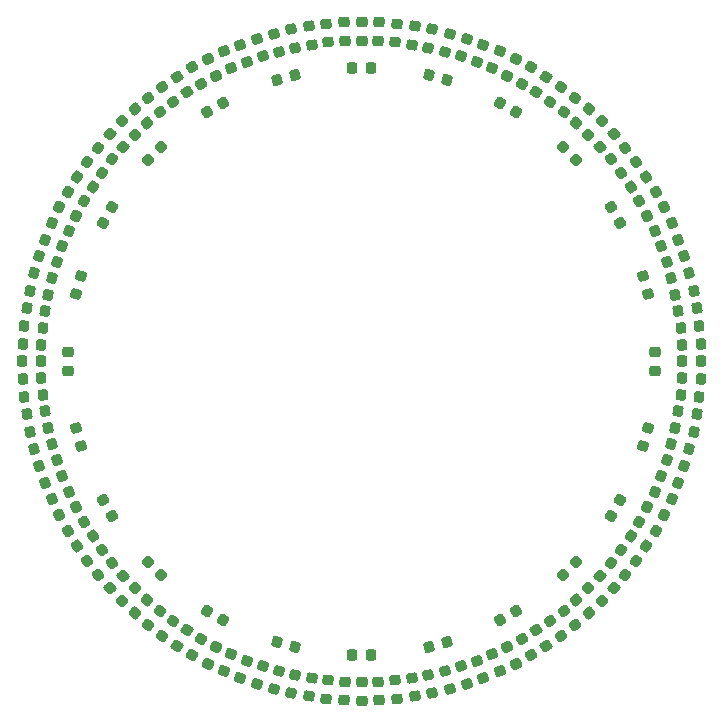
<source format=gbr>
%TF.GenerationSoftware,KiCad,Pcbnew,8.0.6*%
%TF.CreationDate,2025-01-18T11:53:47-05:00*%
%TF.ProjectId,WristWatch,57726973-7457-4617-9463-682e6b696361,rev?*%
%TF.SameCoordinates,Original*%
%TF.FileFunction,Soldermask,Top*%
%TF.FilePolarity,Negative*%
%FSLAX46Y46*%
G04 Gerber Fmt 4.6, Leading zero omitted, Abs format (unit mm)*
G04 Created by KiCad (PCBNEW 8.0.6) date 2025-01-18 11:53:47*
%MOMM*%
%LPD*%
G01*
G04 APERTURE LIST*
G04 Aperture macros list*
%AMRoundRect*
0 Rectangle with rounded corners*
0 $1 Rounding radius*
0 $2 $3 $4 $5 $6 $7 $8 $9 X,Y pos of 4 corners*
0 Add a 4 corners polygon primitive as box body*
4,1,4,$2,$3,$4,$5,$6,$7,$8,$9,$2,$3,0*
0 Add four circle primitives for the rounded corners*
1,1,$1+$1,$2,$3*
1,1,$1+$1,$4,$5*
1,1,$1+$1,$6,$7*
1,1,$1+$1,$8,$9*
0 Add four rect primitives between the rounded corners*
20,1,$1+$1,$2,$3,$4,$5,0*
20,1,$1+$1,$4,$5,$6,$7,0*
20,1,$1+$1,$6,$7,$8,$9,0*
20,1,$1+$1,$8,$9,$2,$3,0*%
G04 Aperture macros list end*
%ADD10RoundRect,0.218750X-0.335876X-0.026517X-0.026517X-0.335876X0.335876X0.026517X0.026517X0.335876X0*%
%ADD11RoundRect,0.218750X-0.331294X0.061318X-0.112544X-0.317568X0.331294X-0.061318X0.112544X0.317568X0*%
%ADD12RoundRect,0.218750X0.323023X0.095770X-0.043895X0.334049X-0.323023X-0.095770X0.043895X-0.334049X0*%
%ADD13RoundRect,0.218750X0.277619X0.190902X-0.144974X0.304135X-0.277619X-0.190902X0.144974X-0.304135X0*%
%ADD14RoundRect,0.218750X-0.287229X-0.176111X0.128858X-0.311306X0.287229X0.176111X-0.128858X0.311306X0*%
%ADD15RoundRect,0.218750X-0.026517X0.335876X-0.335876X0.026517X0.026517X-0.335876X0.335876X-0.026517X0*%
%ADD16RoundRect,0.218750X-0.231861X-0.244450X0.205039X-0.267347X0.231861X0.244450X-0.205039X0.267347X0*%
%ADD17RoundRect,0.218750X-0.256250X0.218750X-0.256250X-0.218750X0.256250X-0.218750X0.256250X0.218750X0*%
%ADD18RoundRect,0.218750X0.190902X-0.277619X0.304135X0.144974X-0.190902X0.277619X-0.304135X-0.144974X0*%
%ADD19RoundRect,0.218750X-0.311306X0.128858X-0.176111X-0.287229X0.311306X-0.128858X0.176111X0.287229X0*%
%ADD20RoundRect,0.218750X-0.231981X0.244337X-0.277712X-0.190766X0.231981X-0.244337X0.277712X0.190766X0*%
%ADD21RoundRect,0.218750X0.095612X0.323070X-0.304064X0.145122X-0.095612X-0.323070X0.304064X-0.145122X0*%
%ADD22RoundRect,0.218750X0.205170X-0.267247X0.296131X0.160692X-0.205170X0.267247X-0.296131X-0.160692X0*%
%ADD23RoundRect,0.218750X-0.190902X0.277619X-0.304135X-0.144974X0.190902X-0.277619X0.304135X0.144974X0*%
%ADD24RoundRect,0.218750X-0.112544X0.317568X-0.331294X-0.061318X0.112544X-0.317568X0.331294X0.061318X0*%
%ADD25RoundRect,0.218750X0.160692X0.296131X-0.267247X0.205170X-0.160692X-0.296131X0.267247X-0.205170X0*%
%ADD26RoundRect,0.218750X-0.277619X-0.190902X0.144974X-0.304135X0.277619X0.190902X-0.144974X0.304135X0*%
%ADD27RoundRect,0.218750X-0.205039X-0.267347X0.231861X-0.244450X0.205039X0.267347X-0.231861X0.244450X0*%
%ADD28RoundRect,0.218750X-0.323023X-0.095770X0.043895X-0.334049X0.323023X0.095770X-0.043895X0.334049X0*%
%ADD29RoundRect,0.218750X0.304135X-0.144974X0.190902X0.277619X-0.304135X0.144974X-0.190902X-0.277619X0*%
%ADD30RoundRect,0.218750X-0.334028X-0.044059X-0.008902X-0.336803X0.334028X0.044059X0.008902X0.336803X0*%
%ADD31RoundRect,0.218750X0.323070X-0.095612X0.145122X0.304064X-0.323070X0.095612X-0.145122X-0.304064X0*%
%ADD32RoundRect,0.218750X-0.078733X0.327592X-0.335889X-0.026352X0.078733X-0.327592X0.335889X0.026352X0*%
%ADD33RoundRect,0.218750X0.175970X0.287315X-0.256143X0.218875X-0.175970X-0.287315X0.256143X-0.218875X0*%
%ADD34RoundRect,0.218750X0.287229X0.176111X-0.128858X0.311306X-0.287229X-0.176111X0.128858X-0.311306X0*%
%ADD35RoundRect,0.218750X-0.044059X0.334028X-0.336803X0.008902X0.044059X-0.334028X0.336803X-0.008902X0*%
%ADD36RoundRect,0.218750X0.008737X0.336807X-0.331264X0.061480X-0.008737X-0.336807X0.331264X-0.061480X0*%
%ADD37RoundRect,0.218750X0.317623X-0.112389X0.160837X0.296053X-0.317623X0.112389X-0.160837X-0.296053X0*%
%ADD38RoundRect,0.218750X-0.317623X0.112389X-0.160837X-0.296053X0.317623X-0.112389X0.160837X0.296053X0*%
%ADD39RoundRect,0.218750X-0.218750X-0.256250X0.218750X-0.256250X0.218750X0.256250X-0.218750X0.256250X0*%
%ADD40RoundRect,0.218750X0.296131X-0.160692X0.205170X0.267247X-0.296131X0.160692X-0.205170X-0.267247X0*%
%ADD41RoundRect,0.218750X0.218750X0.256250X-0.218750X0.256250X-0.218750X-0.256250X0.218750X-0.256250X0*%
%ADD42RoundRect,0.218750X0.296053X0.160837X-0.112389X0.317623X-0.296053X-0.160837X0.112389X-0.317623X0*%
%ADD43RoundRect,0.218750X-0.296131X0.160692X-0.205170X-0.267247X0.296131X-0.160692X0.205170X0.267247X0*%
%ADD44RoundRect,0.218750X-0.331264X-0.061480X0.008737X-0.336807X0.331264X0.061480X-0.008737X0.336807X0*%
%ADD45RoundRect,0.218750X0.218875X-0.256143X0.287315X0.175970X-0.218875X0.256143X-0.287315X-0.175970X0*%
%ADD46RoundRect,0.218750X0.145122X-0.304064X0.323070X0.095612X-0.145122X0.304064X-0.323070X-0.095612X0*%
%ADD47RoundRect,0.218750X-0.061480X0.331264X-0.336807X-0.008737X0.061480X-0.331264X0.336807X0.008737X0*%
%ADD48RoundRect,0.218750X0.026517X-0.335876X0.335876X-0.026517X-0.026517X0.335876X-0.335876X0.026517X0*%
%ADD49RoundRect,0.218750X-0.061318X-0.331294X0.317568X-0.112544X0.061318X0.331294X-0.317568X0.112544X0*%
%ADD50RoundRect,0.218750X0.335876X0.026517X0.026517X0.335876X-0.335876X-0.026517X-0.026517X-0.335876X0*%
%ADD51RoundRect,0.218750X0.317568X0.112544X-0.061318X0.331294X-0.317568X-0.112544X0.061318X-0.331294X0*%
%ADD52RoundRect,0.218750X-0.008737X-0.336807X0.331264X-0.061480X0.008737X0.336807X-0.331264X0.061480X0*%
%ADD53RoundRect,0.218750X-0.304135X0.144974X-0.190902X-0.277619X0.304135X-0.144974X0.190902X0.277619X0*%
%ADD54RoundRect,0.218750X-0.267347X0.205039X-0.244450X-0.231861X0.267347X-0.205039X0.244450X0.231861X0*%
%ADD55RoundRect,0.218750X0.244337X0.231981X-0.190766X0.277712X-0.244337X-0.231981X0.190766X-0.277712X0*%
%ADD56RoundRect,0.218750X0.327631X-0.078573X0.129010X0.311243X-0.327631X0.078573X-0.129010X-0.311243X0*%
%ADD57RoundRect,0.218750X-0.144974X-0.304135X0.277619X-0.190902X0.144974X0.304135X-0.277619X0.190902X0*%
%ADD58RoundRect,0.218750X-0.336807X0.008737X-0.061480X-0.331264X0.336807X-0.008737X0.061480X0.331264X0*%
%ADD59RoundRect,0.218750X-0.277712X0.190766X-0.231981X-0.244337X0.277712X-0.190766X0.231981X0.244337X0*%
%ADD60RoundRect,0.218750X-0.317568X-0.112544X0.061318X-0.331294X0.317568X0.112544X-0.061318X0.331294X0*%
%ADD61RoundRect,0.218750X-0.335889X0.026352X-0.078733X-0.327592X0.335889X-0.026352X0.078733X0.327592X0*%
%ADD62RoundRect,0.218750X0.078733X-0.327592X0.335889X0.026352X-0.078733X0.327592X-0.335889X-0.026352X0*%
%ADD63RoundRect,0.218750X-0.218875X0.256143X-0.287315X-0.175970X0.218875X-0.256143X0.287315X0.175970X0*%
%ADD64RoundRect,0.218750X-0.205170X0.267247X-0.296131X-0.160692X0.205170X-0.267247X0.296131X0.160692X0*%
%ADD65RoundRect,0.218750X-0.160692X-0.296131X0.267247X-0.205170X0.160692X0.296131X-0.267247X0.205170X0*%
%ADD66RoundRect,0.218750X0.128858X0.311306X-0.287229X0.176111X-0.128858X-0.311306X0.287229X-0.176111X0*%
%ADD67RoundRect,0.218750X0.336803X0.008902X0.044059X0.334028X-0.336803X-0.008902X-0.044059X-0.334028X0*%
%ADD68RoundRect,0.218750X0.205039X0.267347X-0.231861X0.244450X-0.205039X-0.267347X0.231861X-0.244450X0*%
%ADD69RoundRect,0.218750X-0.327631X0.078573X-0.129010X-0.311243X0.327631X-0.078573X0.129010X0.311243X0*%
%ADD70RoundRect,0.218750X0.176111X-0.287229X0.311306X0.128858X-0.176111X0.287229X-0.311306X-0.128858X0*%
%ADD71RoundRect,0.218750X0.112544X-0.317568X0.331294X0.061318X-0.112544X0.317568X-0.331294X-0.061318X0*%
%ADD72RoundRect,0.218750X-0.112389X-0.317623X0.296053X-0.160837X0.112389X0.317623X-0.296053X0.160837X0*%
%ADD73RoundRect,0.218750X-0.176111X0.287229X-0.311306X-0.128858X0.176111X-0.287229X0.311306X0.128858X0*%
%ADD74RoundRect,0.218750X-0.095770X0.323023X-0.334049X-0.043895X0.095770X-0.323023X0.334049X0.043895X0*%
%ADD75RoundRect,0.218750X0.129010X-0.311243X0.327631X0.078573X-0.129010X0.311243X-0.327631X-0.078573X0*%
%ADD76RoundRect,0.218750X-0.334049X0.043895X-0.095770X-0.323023X0.334049X-0.043895X0.095770X0.323023X0*%
%ADD77RoundRect,0.218750X-0.336803X-0.008902X-0.044059X-0.334028X0.336803X0.008902X0.044059X0.334028X0*%
%ADD78RoundRect,0.218750X0.043895X0.334049X-0.323023X0.095770X-0.043895X-0.334049X0.323023X-0.095770X0*%
%ADD79RoundRect,0.218750X0.160837X-0.296053X0.317623X0.112389X-0.160837X0.296053X-0.317623X-0.112389X0*%
%ADD80RoundRect,0.218750X0.231861X0.244450X-0.205039X0.267347X-0.231861X-0.244450X0.205039X-0.267347X0*%
%ADD81RoundRect,0.218750X0.256143X0.218875X-0.175970X0.287315X-0.256143X-0.218875X0.175970X-0.287315X0*%
%ADD82RoundRect,0.218750X0.026352X0.335889X-0.327592X0.078733X-0.026352X-0.335889X0.327592X-0.078733X0*%
%ADD83RoundRect,0.218750X-0.175970X-0.287315X0.256143X-0.218875X0.175970X0.287315X-0.256143X0.218875X0*%
%ADD84RoundRect,0.218750X-0.129010X0.311243X-0.327631X-0.078573X0.129010X-0.311243X0.327631X0.078573X0*%
%ADD85RoundRect,0.218750X0.256250X-0.218750X0.256250X0.218750X-0.256250X0.218750X-0.256250X-0.218750X0*%
%ADD86RoundRect,0.218750X-0.145122X0.304064X-0.323070X-0.095612X0.145122X-0.304064X0.323070X0.095612X0*%
%ADD87RoundRect,0.218750X0.144974X0.304135X-0.277619X0.190902X-0.144974X-0.304135X0.277619X-0.190902X0*%
%ADD88RoundRect,0.218750X0.044059X-0.334028X0.336803X-0.008902X-0.044059X0.334028X-0.336803X0.008902X0*%
%ADD89RoundRect,0.218750X0.331264X0.061480X-0.008737X0.336807X-0.331264X-0.061480X0.008737X-0.336807X0*%
%ADD90RoundRect,0.218750X0.112389X0.317623X-0.296053X0.160837X-0.112389X-0.317623X0.296053X-0.160837X0*%
%ADD91RoundRect,0.218750X0.231981X-0.244337X0.277712X0.190766X-0.231981X0.244337X-0.277712X-0.190766X0*%
%ADD92RoundRect,0.218750X0.331294X-0.061318X0.112544X0.317568X-0.331294X0.061318X-0.112544X-0.317568X0*%
%ADD93RoundRect,0.218750X0.334028X0.044059X0.008902X0.336803X-0.334028X-0.044059X-0.008902X-0.336803X0*%
%ADD94RoundRect,0.218750X-0.095612X-0.323070X0.304064X-0.145122X0.095612X0.323070X-0.304064X0.145122X0*%
%ADD95RoundRect,0.218750X-0.296053X-0.160837X0.112389X-0.317623X0.296053X0.160837X-0.112389X0.317623X0*%
%ADD96RoundRect,0.218750X0.061318X0.331294X-0.317568X0.112544X-0.061318X-0.331294X0.317568X-0.112544X0*%
%ADD97RoundRect,0.218750X-0.267247X-0.205170X0.160692X-0.296131X0.267247X0.205170X-0.160692X0.296131X0*%
%ADD98RoundRect,0.218750X0.335889X-0.026352X0.078733X0.327592X-0.335889X0.026352X-0.078733X-0.327592X0*%
%ADD99RoundRect,0.218750X0.311243X0.129010X-0.078573X0.327631X-0.311243X-0.129010X0.078573X-0.327631X0*%
%ADD100RoundRect,0.218750X0.311306X-0.128858X0.176111X0.287229X-0.311306X0.128858X-0.176111X-0.287229X0*%
%ADD101RoundRect,0.218750X-0.287315X0.175970X-0.218875X-0.256143X0.287315X-0.175970X0.218875X0.256143X0*%
%ADD102RoundRect,0.218750X0.267247X0.205170X-0.160692X0.296131X-0.267247X-0.205170X0.160692X-0.296131X0*%
%ADD103RoundRect,0.218750X0.304064X0.145122X-0.095612X0.323070X-0.304064X-0.145122X0.095612X-0.323070X0*%
%ADD104RoundRect,0.218750X-0.190766X-0.277712X0.244337X-0.231981X0.190766X0.277712X-0.244337X0.231981X0*%
%ADD105RoundRect,0.218750X0.267347X-0.205039X0.244450X0.231861X-0.267347X0.205039X-0.244450X-0.231861X0*%
%ADD106RoundRect,0.218750X-0.323070X0.095612X-0.145122X-0.304064X0.323070X-0.095612X0.145122X0.304064X0*%
%ADD107RoundRect,0.218750X-0.160837X0.296053X-0.317623X-0.112389X0.160837X-0.296053X0.317623X0.112389X0*%
%ADD108RoundRect,0.218750X-0.128858X-0.311306X0.287229X-0.176111X0.128858X0.311306X-0.287229X0.176111X0*%
%ADD109RoundRect,0.218750X0.334049X-0.043895X0.095770X0.323023X-0.334049X0.043895X-0.095770X-0.323023X0*%
%ADD110RoundRect,0.218750X0.095770X-0.323023X0.334049X0.043895X-0.095770X0.323023X-0.334049X-0.043895X0*%
%ADD111RoundRect,0.218750X0.327592X0.078733X-0.026352X0.335889X-0.327592X-0.078733X0.026352X-0.335889X0*%
%ADD112RoundRect,0.218750X-0.244337X-0.231981X0.190766X-0.277712X0.244337X0.231981X-0.190766X0.277712X0*%
%ADD113RoundRect,0.218750X-0.256143X-0.218875X0.175970X-0.287315X0.256143X0.218875X-0.175970X0.287315X0*%
%ADD114RoundRect,0.218750X-0.311243X-0.129010X0.078573X-0.327631X0.311243X0.129010X-0.078573X0.327631X0*%
%ADD115RoundRect,0.218750X-0.327592X-0.078733X0.026352X-0.335889X0.327592X0.078733X-0.026352X0.335889X0*%
%ADD116RoundRect,0.218750X0.244450X-0.231861X0.267347X0.205039X-0.244450X0.231861X-0.267347X-0.205039X0*%
%ADD117RoundRect,0.218750X-0.008902X0.336803X-0.334028X0.044059X0.008902X-0.336803X0.334028X-0.044059X0*%
%ADD118RoundRect,0.218750X0.078573X0.327631X-0.311243X0.129010X-0.078573X-0.327631X0.311243X-0.129010X0*%
%ADD119RoundRect,0.218750X0.277712X-0.190766X0.231981X0.244337X-0.277712X0.190766X-0.231981X-0.244337X0*%
%ADD120RoundRect,0.218750X0.336807X-0.008737X0.061480X0.331264X-0.336807X0.008737X-0.061480X-0.331264X0*%
%ADD121RoundRect,0.218750X-0.244450X0.231861X-0.267347X-0.205039X0.244450X-0.231861X0.267347X0.205039X0*%
%ADD122RoundRect,0.218750X-0.078573X-0.327631X0.311243X-0.129010X0.078573X0.327631X-0.311243X0.129010X0*%
%ADD123RoundRect,0.218750X-0.043895X-0.334049X0.323023X-0.095770X0.043895X0.334049X-0.323023X0.095770X0*%
%ADD124RoundRect,0.218750X0.190766X0.277712X-0.244337X0.231981X-0.190766X-0.277712X0.244337X-0.231981X0*%
%ADD125RoundRect,0.218750X-0.026352X-0.335889X0.327592X-0.078733X0.026352X0.335889X-0.327592X0.078733X0*%
%ADD126RoundRect,0.218750X0.061480X-0.331264X0.336807X0.008737X-0.061480X0.331264X-0.336807X-0.008737X0*%
%ADD127RoundRect,0.218750X0.008902X-0.336803X0.334028X-0.044059X-0.008902X0.336803X-0.334028X0.044059X0*%
%ADD128RoundRect,0.218750X0.287315X-0.175970X0.218875X0.256143X-0.287315X0.175970X-0.218875X-0.256143X0*%
%ADD129RoundRect,0.218750X-0.304064X-0.145122X0.095612X-0.323070X0.304064X0.145122X-0.095612X0.323070X0*%
G04 APERTURE END LIST*
D10*
%TO.C,D98*%
X19199716Y-19199716D03*
X20313412Y-20313410D03*
%TD*%
D11*
%TO.C,D36*%
X13576249Y-23514754D03*
X14363751Y-24878746D03*
%TD*%
D12*
%TO.C,D70*%
X-22772002Y14788310D03*
X-24092910Y15646118D03*
%TD*%
D13*
%TO.C,D73*%
X-26227300Y7027584D03*
X-27748636Y7435224D03*
%TD*%
D14*
%TO.C,D43*%
X25823561Y-8390584D03*
X27321477Y-8877286D03*
%TD*%
D15*
%TO.C,D83*%
X-19199716Y-19199716D03*
X-20313410Y-20313412D03*
%TD*%
D16*
%TO.C,D105*%
X27115287Y-1421052D03*
X28688131Y-1503480D03*
%TD*%
D17*
%TO.C,D31*%
X0Y-27152499D03*
X0Y-28727501D03*
%TD*%
D18*
%TO.C,D118*%
X7027584Y26227300D03*
X7435224Y27748636D03*
%TD*%
D19*
%TO.C,D34*%
X8390584Y-25823561D03*
X8877286Y-27321477D03*
%TD*%
D20*
%TO.C,D30*%
X-2838209Y-27003755D03*
X-3002841Y-28570129D03*
%TD*%
D21*
%TO.C,D20*%
X-24805042Y-11043916D03*
X-26243878Y-11684528D03*
%TD*%
D22*
%TO.C,D59*%
X5645322Y26559152D03*
X5972784Y28099736D03*
%TD*%
D23*
%TO.C,D88*%
X-7027584Y-26227300D03*
X-7435224Y-27748636D03*
%TD*%
D24*
%TO.C,D125*%
X-21119359Y13102596D03*
X-21906861Y11738604D03*
%TD*%
D25*
%TO.C,D18*%
X-26559152Y-5645322D03*
X-28099736Y-5972784D03*
%TD*%
D26*
%TO.C,D132*%
X-7190044Y-23790937D03*
X-5668708Y-24198577D03*
%TD*%
D27*
%TO.C,D106*%
X27115287Y1421052D03*
X28688131Y1503482D03*
%TD*%
D23*
%TO.C,D126*%
X-23790937Y7190044D03*
X-24198577Y5668708D03*
%TD*%
D28*
%TO.C,D100*%
X22772002Y-14788310D03*
X24092910Y-15646118D03*
%TD*%
D29*
%TO.C,D140*%
X24198577Y5668708D03*
X23790937Y7190044D03*
%TD*%
D30*
%TO.C,D39*%
X20178239Y-18168568D03*
X21348693Y-19222450D03*
%TD*%
D31*
%TO.C,D5*%
X-11043916Y24805042D03*
X-11684528Y26243878D03*
%TD*%
D13*
%TO.C,D144*%
X7190044Y23790937D03*
X5668708Y24198577D03*
%TD*%
D32*
%TO.C,D25*%
X-15959839Y-21966833D03*
X-16885601Y-23241037D03*
%TD*%
D33*
%TO.C,D77*%
X-26818206Y-4247586D03*
X-28373818Y-4493972D03*
%TD*%
D34*
%TO.C,D13*%
X-25823561Y8390584D03*
X-27321477Y8877286D03*
%TD*%
D35*
%TO.C,D24*%
X-18168568Y-20178239D03*
X-19222450Y-21348693D03*
%TD*%
D36*
%TO.C,D82*%
X-21101455Y-17087621D03*
X-22325461Y-18078803D03*
%TD*%
D37*
%TO.C,D64*%
X-9730585Y25349041D03*
X-10295017Y26819433D03*
%TD*%
D38*
%TO.C,D94*%
X9730585Y-25349041D03*
X10295017Y-26819433D03*
%TD*%
D39*
%TO.C,D133*%
X-787501Y-24841200D03*
X787501Y-24841200D03*
%TD*%
D40*
%TO.C,D3*%
X-5645322Y26559152D03*
X-5972784Y28099736D03*
%TD*%
D41*
%TO.C,D16*%
X-27152499Y0D03*
X-28727501Y0D03*
%TD*%
D42*
%TO.C,D72*%
X-25349041Y9730585D03*
X-26819433Y10295015D03*
%TD*%
D43*
%TO.C,D33*%
X5645322Y-26559152D03*
X5972784Y-28099736D03*
%TD*%
D44*
%TO.C,D99*%
X21101454Y-17087621D03*
X22325462Y-18078801D03*
%TD*%
D45*
%TO.C,D119*%
X4247587Y26818206D03*
X4493971Y28373818D03*
%TD*%
D46*
%TO.C,D57*%
X11043916Y24805042D03*
X11684528Y26243878D03*
%TD*%
D47*
%TO.C,D84*%
X-17087621Y-21101454D03*
X-18078801Y-22325462D03*
%TD*%
D48*
%TO.C,D113*%
X19199716Y19199716D03*
X20313410Y20313412D03*
%TD*%
D49*
%TO.C,D135*%
X11738604Y-21906860D03*
X13102596Y-21119360D03*
%TD*%
D50*
%TO.C,D142*%
X18122228Y17008534D03*
X17008534Y18122228D03*
%TD*%
D51*
%TO.C,D11*%
X-23514754Y13576250D03*
X-24878746Y14363750D03*
%TD*%
D52*
%TO.C,D112*%
X21101455Y17087621D03*
X22325461Y18078803D03*
%TD*%
D53*
%TO.C,D93*%
X7027583Y-26227299D03*
X7435225Y-27748635D03*
%TD*%
D54*
%TO.C,D91*%
X1421052Y-27115287D03*
X1503482Y-28688131D03*
%TD*%
D55*
%TO.C,D15*%
X-27003755Y2838209D03*
X-28570129Y3002841D03*
%TD*%
D56*
%TO.C,D65*%
X-12326977Y24193053D03*
X-13042013Y25596391D03*
%TD*%
D57*
%TO.C,D108*%
X26227299Y7027583D03*
X27748635Y7435225D03*
%TD*%
D58*
%TO.C,D97*%
X17087621Y-21101455D03*
X18078803Y-22325461D03*
%TD*%
D59*
%TO.C,D32*%
X2838209Y-27003755D03*
X3002841Y-28570129D03*
%TD*%
D60*
%TO.C,D41*%
X23514754Y-13576249D03*
X24878746Y-14363751D03*
%TD*%
D61*
%TO.C,D37*%
X15959839Y-21966833D03*
X16885601Y-23241037D03*
%TD*%
D62*
%TO.C,D55*%
X15959839Y21966833D03*
X16885601Y23241037D03*
%TD*%
D63*
%TO.C,D89*%
X-4247587Y-26818206D03*
X-4493971Y-28373818D03*
%TD*%
D64*
%TO.C,D29*%
X-5645322Y-26559152D03*
X-5972784Y-28099736D03*
%TD*%
D65*
%TO.C,D48*%
X26559152Y5645322D03*
X28099736Y5972784D03*
%TD*%
D66*
%TO.C,D19*%
X-25823561Y-8390584D03*
X-27321477Y-8877286D03*
%TD*%
D67*
%TO.C,D8*%
X-18168568Y20178239D03*
X-19222450Y21348693D03*
%TD*%
D68*
%TO.C,D76*%
X-27115287Y-1421052D03*
X-28688131Y-1503482D03*
%TD*%
D69*
%TO.C,D95*%
X12326977Y-24193053D03*
X13042013Y-25596391D03*
%TD*%
D60*
%TO.C,D131*%
X-13102596Y-21119359D03*
X-11738604Y-21906861D03*
%TD*%
D70*
%TO.C,D58*%
X8390584Y25823561D03*
X8877286Y27321477D03*
%TD*%
D71*
%TO.C,D137*%
X21119359Y-13102596D03*
X21906861Y-11738604D03*
%TD*%
D72*
%TO.C,D109*%
X25349041Y9730585D03*
X26819433Y10295017D03*
%TD*%
D50*
%TO.C,D68*%
X-19199716Y19199716D03*
X-20313412Y20313410D03*
%TD*%
D73*
%TO.C,D28*%
X-8390584Y-25823561D03*
X-8877286Y-27321477D03*
%TD*%
D10*
%TO.C,D130*%
X-18122228Y-17008534D03*
X-17008534Y-18122228D03*
%TD*%
D74*
%TO.C,D85*%
X-14788310Y-22772002D03*
X-15646118Y-24092910D03*
%TD*%
D75*
%TO.C,D116*%
X12326976Y24193053D03*
X13042012Y25596391D03*
%TD*%
D76*
%TO.C,D96*%
X14788311Y-22772001D03*
X15646119Y-24092909D03*
%TD*%
D77*
%TO.C,D38*%
X18168568Y-20178239D03*
X19222450Y-21348693D03*
%TD*%
D78*
%TO.C,D81*%
X-22772001Y-14788311D03*
X-24092909Y-15646119D03*
%TD*%
D79*
%TO.C,D117*%
X9730585Y25349041D03*
X10295015Y26819433D03*
%TD*%
D80*
%TO.C,D75*%
X-27115287Y1421052D03*
X-28688131Y1503480D03*
%TD*%
D48*
%TO.C,D136*%
X17008534Y-18122228D03*
X18122228Y-17008534D03*
%TD*%
D81*
%TO.C,D74*%
X-26818206Y4247587D03*
X-28373818Y4493971D03*
%TD*%
D17*
%TO.C,D127*%
X-24841200Y787501D03*
X-24841200Y-787501D03*
%TD*%
D71*
%TO.C,D56*%
X13576249Y23514754D03*
X14363751Y24878746D03*
%TD*%
D29*
%TO.C,D63*%
X-7027583Y26227299D03*
X-7435225Y27748635D03*
%TD*%
D15*
%TO.C,D124*%
X-17008534Y18122228D03*
X-18122228Y17008534D03*
%TD*%
D41*
%TO.C,D121*%
X787501Y24841200D03*
X-787501Y24841200D03*
%TD*%
D82*
%TO.C,D22*%
X-21966833Y-15959839D03*
X-23241037Y-16885601D03*
%TD*%
D83*
%TO.C,D107*%
X26818206Y4247586D03*
X28373818Y4493972D03*
%TD*%
D84*
%TO.C,D86*%
X-12326976Y-24193053D03*
X-13042012Y-25596391D03*
%TD*%
D85*
%TO.C,D139*%
X24841200Y-787501D03*
X24841200Y787501D03*
%TD*%
D86*
%TO.C,D27*%
X-11043916Y-24805042D03*
X-11684528Y-26243878D03*
%TD*%
D87*
%TO.C,D122*%
X-5668708Y24198577D03*
X-7190044Y23790937D03*
%TD*%
D88*
%TO.C,D54*%
X18168568Y20178239D03*
X19222450Y21348693D03*
%TD*%
D89*
%TO.C,D69*%
X-21101454Y17087621D03*
X-22325462Y18078801D03*
%TD*%
D26*
%TO.C,D103*%
X26227300Y-7027584D03*
X27748636Y-7435224D03*
%TD*%
D90*
%TO.C,D79*%
X-25349041Y-9730585D03*
X-26819433Y-10295017D03*
%TD*%
D91*
%TO.C,D60*%
X2838209Y27003755D03*
X3002841Y28570129D03*
%TD*%
D92*
%TO.C,D141*%
X21906860Y11738604D03*
X21119360Y13102596D03*
%TD*%
D18*
%TO.C,D138*%
X23790937Y-7190044D03*
X24198577Y-5668708D03*
%TD*%
D57*
%TO.C,D134*%
X5668708Y-24198577D03*
X7190044Y-23790937D03*
%TD*%
D93*
%TO.C,D9*%
X-20178239Y18168568D03*
X-21348693Y19222450D03*
%TD*%
D94*
%TO.C,D50*%
X24805042Y11043916D03*
X26243878Y11684528D03*
%TD*%
D51*
%TO.C,D143*%
X13102596Y21119360D03*
X11738604Y21906860D03*
%TD*%
D95*
%TO.C,D102*%
X25349041Y-9730585D03*
X26819433Y-10295015D03*
%TD*%
D96*
%TO.C,D21*%
X-23514754Y-13576249D03*
X-24878746Y-14363751D03*
%TD*%
D97*
%TO.C,D44*%
X26559152Y-5645322D03*
X28099736Y-5972784D03*
%TD*%
D85*
%TO.C,D1*%
X0Y27152499D03*
X0Y28727501D03*
%TD*%
D11*
%TO.C,D129*%
X-21906861Y-11738604D03*
X-21119359Y-13102596D03*
%TD*%
D98*
%TO.C,D7*%
X-15959839Y21966833D03*
X-16885601Y23241037D03*
%TD*%
D49*
%TO.C,D51*%
X23514754Y13576250D03*
X24878746Y14363750D03*
%TD*%
D99*
%TO.C,D71*%
X-24193053Y12326976D03*
X-25596391Y13042012D03*
%TD*%
D100*
%TO.C,D4*%
X-8390584Y25823561D03*
X-8877286Y27321477D03*
%TD*%
D101*
%TO.C,D92*%
X4247586Y-26818206D03*
X4493972Y-28373818D03*
%TD*%
D102*
%TO.C,D14*%
X-26559152Y5645322D03*
X-28099736Y5972784D03*
%TD*%
D39*
%TO.C,D46*%
X27152499Y0D03*
X28727501Y0D03*
%TD*%
D103*
%TO.C,D12*%
X-24805042Y11043916D03*
X-26243878Y11684528D03*
%TD*%
D92*
%TO.C,D6*%
X-13576250Y23514754D03*
X-14363750Y24878746D03*
%TD*%
D104*
%TO.C,D47*%
X27003755Y2838209D03*
X28570129Y3002841D03*
%TD*%
D105*
%TO.C,D61*%
X-1421052Y27115287D03*
X-1503482Y28688131D03*
%TD*%
D106*
%TO.C,D35*%
X11043916Y-24805042D03*
X11684528Y-26243878D03*
%TD*%
D107*
%TO.C,D87*%
X-9730585Y-25349041D03*
X-10295015Y-26819433D03*
%TD*%
D108*
%TO.C,D49*%
X25823561Y8390584D03*
X27321477Y8877286D03*
%TD*%
D109*
%TO.C,D66*%
X-14788311Y22772001D03*
X-15646119Y24092909D03*
%TD*%
D110*
%TO.C,D115*%
X14788310Y22772002D03*
X15646118Y24092910D03*
%TD*%
D111*
%TO.C,D10*%
X-21966833Y15959839D03*
X-23241037Y16885601D03*
%TD*%
D112*
%TO.C,D45*%
X27003755Y-2838209D03*
X28570129Y-3002841D03*
%TD*%
D113*
%TO.C,D104*%
X26818206Y-4247587D03*
X28373818Y-4493971D03*
%TD*%
D114*
%TO.C,D101*%
X24193053Y-12326976D03*
X25596391Y-13042012D03*
%TD*%
D115*
%TO.C,D40*%
X21966833Y-15959839D03*
X23241037Y-16885601D03*
%TD*%
D116*
%TO.C,D120*%
X1421052Y27115287D03*
X1503480Y28688131D03*
%TD*%
D117*
%TO.C,D23*%
X-20178239Y-18168568D03*
X-21348693Y-19222450D03*
%TD*%
D118*
%TO.C,D80*%
X-24193053Y-12326977D03*
X-25596391Y-13042013D03*
%TD*%
D24*
%TO.C,D26*%
X-13576249Y-23514754D03*
X-14363751Y-24878746D03*
%TD*%
D53*
%TO.C,D128*%
X-24198577Y-5668708D03*
X-23790937Y-7190044D03*
%TD*%
D119*
%TO.C,D2*%
X-2838209Y27003755D03*
X-3002841Y28570129D03*
%TD*%
D120*
%TO.C,D67*%
X-17087621Y21101455D03*
X-18078803Y22325461D03*
%TD*%
D121*
%TO.C,D90*%
X-1421052Y-27115287D03*
X-1503480Y-28688131D03*
%TD*%
D122*
%TO.C,D110*%
X24193053Y12326977D03*
X25596391Y13042013D03*
%TD*%
D123*
%TO.C,D111*%
X22772001Y14788311D03*
X24092909Y15646119D03*
%TD*%
D96*
%TO.C,D123*%
X-11738604Y21906861D03*
X-13102596Y21119359D03*
%TD*%
D124*
%TO.C,D17*%
X-27003755Y-2838209D03*
X-28570129Y-3002841D03*
%TD*%
D125*
%TO.C,D52*%
X21966833Y15959839D03*
X23241037Y16885601D03*
%TD*%
D126*
%TO.C,D114*%
X17087621Y21101454D03*
X18078801Y22325462D03*
%TD*%
D127*
%TO.C,D53*%
X20178239Y18168568D03*
X21348693Y19222450D03*
%TD*%
D87*
%TO.C,D78*%
X-26227299Y-7027583D03*
X-27748635Y-7435225D03*
%TD*%
D128*
%TO.C,D62*%
X-4247586Y26818206D03*
X-4493972Y28373818D03*
%TD*%
D129*
%TO.C,D42*%
X24805042Y-11043916D03*
X26243878Y-11684528D03*
%TD*%
M02*

</source>
